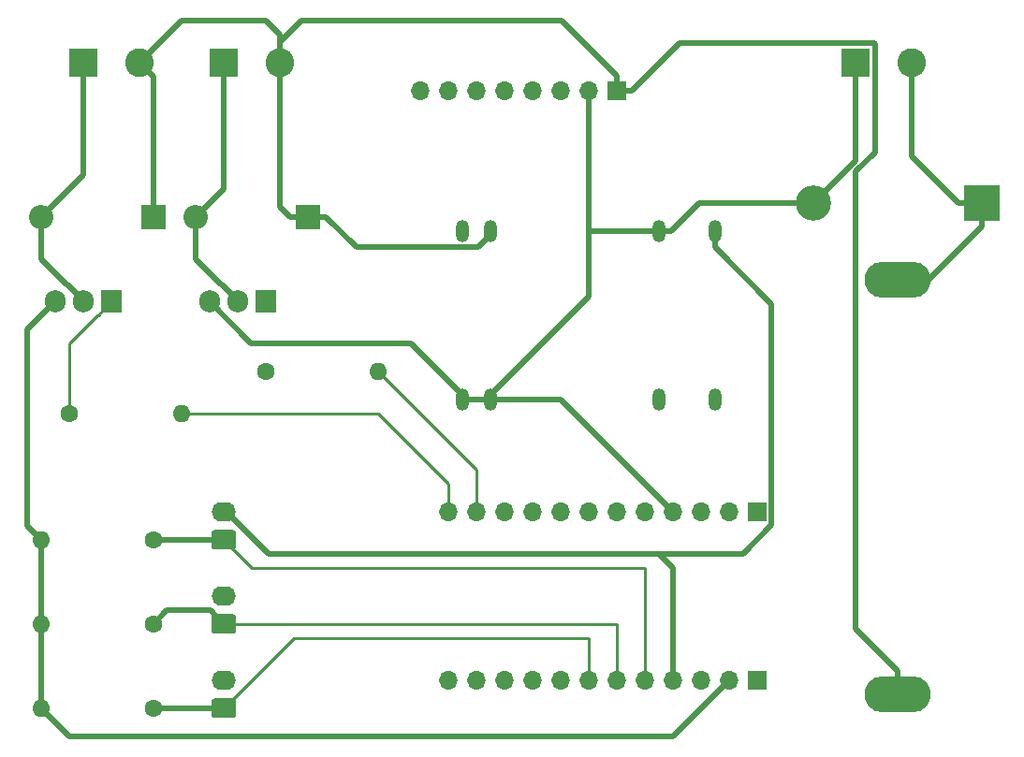
<source format=gbr>
%TF.GenerationSoftware,KiCad,Pcbnew,5.1.4+dfsg1-1*%
%TF.CreationDate,2019-12-03T13:40:21+10:00*%
%TF.ProjectId,Actuators,41637475-6174-46f7-9273-2e6b69636164,1*%
%TF.SameCoordinates,Original*%
%TF.FileFunction,Copper,L1,Top*%
%TF.FilePolarity,Positive*%
%FSLAX46Y46*%
G04 Gerber Fmt 4.6, Leading zero omitted, Abs format (unit mm)*
G04 Created by KiCad (PCBNEW 5.1.4+dfsg1-1) date 2019-12-03 13:40:21*
%MOMM*%
%LPD*%
G04 APERTURE LIST*
%ADD10O,2.200000X1.740000*%
%ADD11C,0.100000*%
%ADD12C,1.740000*%
%ADD13O,1.200000X2.000000*%
%ADD14O,6.000000X3.250000*%
%ADD15O,1.600000X1.600000*%
%ADD16C,1.600000*%
%ADD17C,2.600000*%
%ADD18R,2.600000X2.600000*%
%ADD19O,1.700000X1.700000*%
%ADD20R,1.700000X1.700000*%
%ADD21O,1.905000X2.000000*%
%ADD22R,1.905000X2.000000*%
%ADD23O,3.200000X3.200000*%
%ADD24R,3.200000X3.200000*%
%ADD25O,2.200000X2.200000*%
%ADD26R,2.200000X2.200000*%
%ADD27C,0.500000*%
%ADD28C,0.250000*%
G04 APERTURE END LIST*
D10*
X102870000Y-115570000D03*
D11*
G36*
X103744505Y-117241204D02*
G01*
X103768773Y-117244804D01*
X103792572Y-117250765D01*
X103815671Y-117259030D01*
X103837850Y-117269520D01*
X103858893Y-117282132D01*
X103878599Y-117296747D01*
X103896777Y-117313223D01*
X103913253Y-117331401D01*
X103927868Y-117351107D01*
X103940480Y-117372150D01*
X103950970Y-117394329D01*
X103959235Y-117417428D01*
X103965196Y-117441227D01*
X103968796Y-117465495D01*
X103970000Y-117489999D01*
X103970000Y-118730001D01*
X103968796Y-118754505D01*
X103965196Y-118778773D01*
X103959235Y-118802572D01*
X103950970Y-118825671D01*
X103940480Y-118847850D01*
X103927868Y-118868893D01*
X103913253Y-118888599D01*
X103896777Y-118906777D01*
X103878599Y-118923253D01*
X103858893Y-118937868D01*
X103837850Y-118950480D01*
X103815671Y-118960970D01*
X103792572Y-118969235D01*
X103768773Y-118975196D01*
X103744505Y-118978796D01*
X103720001Y-118980000D01*
X102019999Y-118980000D01*
X101995495Y-118978796D01*
X101971227Y-118975196D01*
X101947428Y-118969235D01*
X101924329Y-118960970D01*
X101902150Y-118950480D01*
X101881107Y-118937868D01*
X101861401Y-118923253D01*
X101843223Y-118906777D01*
X101826747Y-118888599D01*
X101812132Y-118868893D01*
X101799520Y-118847850D01*
X101789030Y-118825671D01*
X101780765Y-118802572D01*
X101774804Y-118778773D01*
X101771204Y-118754505D01*
X101770000Y-118730001D01*
X101770000Y-117489999D01*
X101771204Y-117465495D01*
X101774804Y-117441227D01*
X101780765Y-117417428D01*
X101789030Y-117394329D01*
X101799520Y-117372150D01*
X101812132Y-117351107D01*
X101826747Y-117331401D01*
X101843223Y-117313223D01*
X101861401Y-117296747D01*
X101881107Y-117282132D01*
X101902150Y-117269520D01*
X101924329Y-117259030D01*
X101947428Y-117250765D01*
X101971227Y-117244804D01*
X101995495Y-117241204D01*
X102019999Y-117240000D01*
X103720001Y-117240000D01*
X103744505Y-117241204D01*
X103744505Y-117241204D01*
G37*
D12*
X102870000Y-118110000D03*
D13*
X124460000Y-74930000D03*
X124460000Y-90170000D03*
X127000000Y-74930000D03*
X127000000Y-90170000D03*
X142240000Y-74930000D03*
X142240000Y-90170000D03*
X147320000Y-74930000D03*
X147320000Y-90170000D03*
D14*
X163830000Y-116840000D03*
X163830000Y-79340000D03*
D10*
X102870000Y-107950000D03*
D11*
G36*
X103744505Y-109621204D02*
G01*
X103768773Y-109624804D01*
X103792572Y-109630765D01*
X103815671Y-109639030D01*
X103837850Y-109649520D01*
X103858893Y-109662132D01*
X103878599Y-109676747D01*
X103896777Y-109693223D01*
X103913253Y-109711401D01*
X103927868Y-109731107D01*
X103940480Y-109752150D01*
X103950970Y-109774329D01*
X103959235Y-109797428D01*
X103965196Y-109821227D01*
X103968796Y-109845495D01*
X103970000Y-109869999D01*
X103970000Y-111110001D01*
X103968796Y-111134505D01*
X103965196Y-111158773D01*
X103959235Y-111182572D01*
X103950970Y-111205671D01*
X103940480Y-111227850D01*
X103927868Y-111248893D01*
X103913253Y-111268599D01*
X103896777Y-111286777D01*
X103878599Y-111303253D01*
X103858893Y-111317868D01*
X103837850Y-111330480D01*
X103815671Y-111340970D01*
X103792572Y-111349235D01*
X103768773Y-111355196D01*
X103744505Y-111358796D01*
X103720001Y-111360000D01*
X102019999Y-111360000D01*
X101995495Y-111358796D01*
X101971227Y-111355196D01*
X101947428Y-111349235D01*
X101924329Y-111340970D01*
X101902150Y-111330480D01*
X101881107Y-111317868D01*
X101861401Y-111303253D01*
X101843223Y-111286777D01*
X101826747Y-111268599D01*
X101812132Y-111248893D01*
X101799520Y-111227850D01*
X101789030Y-111205671D01*
X101780765Y-111182572D01*
X101774804Y-111158773D01*
X101771204Y-111134505D01*
X101770000Y-111110001D01*
X101770000Y-109869999D01*
X101771204Y-109845495D01*
X101774804Y-109821227D01*
X101780765Y-109797428D01*
X101789030Y-109774329D01*
X101799520Y-109752150D01*
X101812132Y-109731107D01*
X101826747Y-109711401D01*
X101843223Y-109693223D01*
X101861401Y-109676747D01*
X101881107Y-109662132D01*
X101902150Y-109649520D01*
X101924329Y-109639030D01*
X101947428Y-109630765D01*
X101971227Y-109624804D01*
X101995495Y-109621204D01*
X102019999Y-109620000D01*
X103720001Y-109620000D01*
X103744505Y-109621204D01*
X103744505Y-109621204D01*
G37*
D12*
X102870000Y-110490000D03*
D10*
X102870000Y-100330000D03*
D11*
G36*
X103744505Y-102001204D02*
G01*
X103768773Y-102004804D01*
X103792572Y-102010765D01*
X103815671Y-102019030D01*
X103837850Y-102029520D01*
X103858893Y-102042132D01*
X103878599Y-102056747D01*
X103896777Y-102073223D01*
X103913253Y-102091401D01*
X103927868Y-102111107D01*
X103940480Y-102132150D01*
X103950970Y-102154329D01*
X103959235Y-102177428D01*
X103965196Y-102201227D01*
X103968796Y-102225495D01*
X103970000Y-102249999D01*
X103970000Y-103490001D01*
X103968796Y-103514505D01*
X103965196Y-103538773D01*
X103959235Y-103562572D01*
X103950970Y-103585671D01*
X103940480Y-103607850D01*
X103927868Y-103628893D01*
X103913253Y-103648599D01*
X103896777Y-103666777D01*
X103878599Y-103683253D01*
X103858893Y-103697868D01*
X103837850Y-103710480D01*
X103815671Y-103720970D01*
X103792572Y-103729235D01*
X103768773Y-103735196D01*
X103744505Y-103738796D01*
X103720001Y-103740000D01*
X102019999Y-103740000D01*
X101995495Y-103738796D01*
X101971227Y-103735196D01*
X101947428Y-103729235D01*
X101924329Y-103720970D01*
X101902150Y-103710480D01*
X101881107Y-103697868D01*
X101861401Y-103683253D01*
X101843223Y-103666777D01*
X101826747Y-103648599D01*
X101812132Y-103628893D01*
X101799520Y-103607850D01*
X101789030Y-103585671D01*
X101780765Y-103562572D01*
X101774804Y-103538773D01*
X101771204Y-103514505D01*
X101770000Y-103490001D01*
X101770000Y-102249999D01*
X101771204Y-102225495D01*
X101774804Y-102201227D01*
X101780765Y-102177428D01*
X101789030Y-102154329D01*
X101799520Y-102132150D01*
X101812132Y-102111107D01*
X101826747Y-102091401D01*
X101843223Y-102073223D01*
X101861401Y-102056747D01*
X101881107Y-102042132D01*
X101902150Y-102029520D01*
X101924329Y-102019030D01*
X101947428Y-102010765D01*
X101971227Y-102004804D01*
X101995495Y-102001204D01*
X102019999Y-102000000D01*
X103720001Y-102000000D01*
X103744505Y-102001204D01*
X103744505Y-102001204D01*
G37*
D12*
X102870000Y-102870000D03*
D15*
X86360000Y-118110000D03*
D16*
X96520000Y-118110000D03*
D15*
X86360000Y-110490000D03*
D16*
X96520000Y-110490000D03*
D15*
X86360000Y-102870000D03*
D16*
X96520000Y-102870000D03*
D17*
X95250000Y-59690000D03*
D18*
X90170000Y-59690000D03*
D17*
X165100000Y-59690000D03*
D18*
X160020000Y-59690000D03*
D15*
X99060000Y-91440000D03*
D16*
X88900000Y-91440000D03*
D15*
X116840000Y-87630000D03*
D16*
X106680000Y-87630000D03*
D17*
X107950000Y-59690000D03*
D18*
X102870000Y-59690000D03*
D19*
X120650000Y-62230000D03*
X123190000Y-62230000D03*
X125730000Y-62230000D03*
X128270000Y-62230000D03*
X130810000Y-62230000D03*
X133350000Y-62230000D03*
X135890000Y-62230000D03*
D20*
X138430000Y-62230000D03*
D21*
X87630000Y-81280000D03*
X90170000Y-81280000D03*
D22*
X92710000Y-81280000D03*
D21*
X101600000Y-81280000D03*
X104140000Y-81280000D03*
D22*
X106680000Y-81280000D03*
D19*
X123190000Y-115570000D03*
X125730000Y-115570000D03*
X128270000Y-115570000D03*
X130810000Y-115570000D03*
X133350000Y-115570000D03*
X135890000Y-115570000D03*
X138430000Y-115570000D03*
X140970000Y-115570000D03*
X143510000Y-115570000D03*
X146050000Y-115570000D03*
X148590000Y-115570000D03*
D20*
X151130000Y-115570000D03*
D19*
X123190000Y-100330000D03*
X125730000Y-100330000D03*
X128270000Y-100330000D03*
X130810000Y-100330000D03*
X133350000Y-100330000D03*
X135890000Y-100330000D03*
X138430000Y-100330000D03*
X140970000Y-100330000D03*
X143510000Y-100330000D03*
X146050000Y-100330000D03*
X148590000Y-100330000D03*
D20*
X151130000Y-100330000D03*
D23*
X156210000Y-72390000D03*
D24*
X171450000Y-72390000D03*
D25*
X86360000Y-73660000D03*
D26*
X96520000Y-73660000D03*
D25*
X100330000Y-73660000D03*
D26*
X110490000Y-73660000D03*
D27*
X101600000Y-81327500D02*
X105362500Y-85090000D01*
X101600000Y-81280000D02*
X101600000Y-81327500D01*
X135890000Y-62230000D02*
X135890000Y-74930000D01*
X142240000Y-74930000D02*
X135890000Y-74930000D01*
X143340000Y-74930000D02*
X142240000Y-74930000D01*
X124460000Y-90170000D02*
X127000000Y-90170000D01*
X127000000Y-89770000D02*
X135890000Y-80880000D01*
X127000000Y-90170000D02*
X127000000Y-89770000D01*
X135890000Y-80880000D02*
X135890000Y-74930000D01*
X124460000Y-89770000D02*
X119780000Y-85090000D01*
X124460000Y-90170000D02*
X124460000Y-89770000D01*
X119780000Y-85090000D02*
X105410000Y-85090000D01*
X87630000Y-81327500D02*
X85090000Y-83867500D01*
X87630000Y-81280000D02*
X87630000Y-81327500D01*
X85090000Y-101600000D02*
X86360000Y-102870000D01*
X85090000Y-83867500D02*
X85090000Y-101600000D01*
X86360000Y-102870000D02*
X86360000Y-110490000D01*
X86360000Y-110490000D02*
X86360000Y-118110000D01*
X133350000Y-90170000D02*
X143510000Y-100330000D01*
X127000000Y-90170000D02*
X133350000Y-90170000D01*
X86360000Y-118110000D02*
X88900000Y-120650000D01*
X143510000Y-120650000D02*
X148590000Y-115570000D01*
X88900000Y-120650000D02*
X143510000Y-120650000D01*
X160020000Y-68580000D02*
X156210000Y-72390000D01*
X160020000Y-59690000D02*
X160020000Y-68580000D01*
X145880000Y-72390000D02*
X144695000Y-73575000D01*
X156210000Y-72390000D02*
X145880000Y-72390000D01*
X144790010Y-73479990D02*
X144695000Y-73575000D01*
X144695000Y-73575000D02*
X143340000Y-74930000D01*
X102870000Y-71120000D02*
X100330000Y-73660000D01*
X102870000Y-59690000D02*
X102870000Y-71120000D01*
X102687500Y-79780000D02*
X104140000Y-81232500D01*
X102640000Y-79780000D02*
X102687500Y-79780000D01*
X100330000Y-77470000D02*
X102640000Y-79780000D01*
X104140000Y-81232500D02*
X104140000Y-81280000D01*
X100330000Y-73660000D02*
X100330000Y-77470000D01*
X108890000Y-73660000D02*
X110490000Y-73660000D01*
X107950000Y-72720000D02*
X108890000Y-73660000D01*
X107950000Y-59690000D02*
X107950000Y-72720000D01*
X107950000Y-59690000D02*
X107950000Y-57150000D01*
X107950000Y-57150000D02*
X106680000Y-55880000D01*
X99060000Y-55880000D02*
X95250000Y-59690000D01*
X106680000Y-55880000D02*
X99060000Y-55880000D01*
X109921523Y-55880000D02*
X133430000Y-55880000D01*
X107950000Y-57851523D02*
X109921523Y-55880000D01*
X107950000Y-59690000D02*
X107950000Y-57851523D01*
X96520000Y-60960000D02*
X95250000Y-59690000D01*
X96520000Y-73660000D02*
X96520000Y-60960000D01*
X133430000Y-55880000D02*
X138430000Y-60880000D01*
X138430000Y-62230000D02*
X138430000Y-60880000D01*
X163830000Y-116840000D02*
X165205000Y-116840000D01*
X112090000Y-73660000D02*
X110490000Y-73660000D01*
X114860000Y-76430000D02*
X112090000Y-73660000D01*
X125900000Y-76430000D02*
X114860000Y-76430000D01*
X127000000Y-75330000D02*
X125900000Y-76430000D01*
X127000000Y-74930000D02*
X127000000Y-75330000D01*
X161680001Y-57939999D02*
X144070001Y-57939999D01*
X161770001Y-58029999D02*
X161680001Y-57939999D01*
X161770001Y-67819961D02*
X161770001Y-58029999D01*
X139780000Y-62230000D02*
X138430000Y-62230000D01*
X160020000Y-69569962D02*
X161770001Y-67819961D01*
X144070001Y-57939999D02*
X139780000Y-62230000D01*
X160020000Y-110905000D02*
X160020000Y-69569962D01*
X163830000Y-114715000D02*
X160020000Y-110905000D01*
X163830000Y-116840000D02*
X163830000Y-114715000D01*
X90170000Y-69850000D02*
X86360000Y-73660000D01*
X90170000Y-59690000D02*
X90170000Y-69850000D01*
X88717500Y-79780000D02*
X90170000Y-81232500D01*
X86360000Y-77470000D02*
X88670000Y-79780000D01*
X90170000Y-81232500D02*
X90170000Y-81280000D01*
X88670000Y-79780000D02*
X88717500Y-79780000D01*
X86360000Y-73660000D02*
X86360000Y-77470000D01*
X169350000Y-72390000D02*
X171450000Y-72390000D01*
X165100000Y-68140000D02*
X169350000Y-72390000D01*
X165100000Y-59690000D02*
X165100000Y-68140000D01*
X166600000Y-79340000D02*
X163830000Y-79340000D01*
X171450000Y-74490000D02*
X166600000Y-79340000D01*
X171450000Y-72390000D02*
X171450000Y-74490000D01*
D28*
X123190000Y-100330000D02*
X123190000Y-97790000D01*
X123190000Y-97790000D02*
X116840000Y-91440000D01*
X116840000Y-91440000D02*
X99060000Y-91440000D01*
X125730000Y-96520000D02*
X116840000Y-87630000D01*
X125730000Y-100330000D02*
X125730000Y-96520000D01*
X140970000Y-115570000D02*
X140970000Y-105410000D01*
X105410000Y-105410000D02*
X102870000Y-102870000D01*
X140970000Y-105410000D02*
X105410000Y-105410000D01*
D27*
X102870000Y-102870000D02*
X96520000Y-102870000D01*
D28*
X91460000Y-82530000D02*
X91507500Y-82530000D01*
X88900000Y-91440000D02*
X88900000Y-85090000D01*
X91507500Y-82530000D02*
X92710000Y-81327500D01*
X88900000Y-85090000D02*
X91460000Y-82530000D01*
X92710000Y-81327500D02*
X92710000Y-81280000D01*
X135890000Y-115570000D02*
X135890000Y-111760000D01*
X135890000Y-111760000D02*
X109220000Y-111760000D01*
X109220000Y-111760000D02*
X102870000Y-118110000D01*
D27*
X96520000Y-118110000D02*
X102870000Y-118110000D01*
D28*
X102870000Y-110490000D02*
X102640000Y-110490000D01*
X138430000Y-115570000D02*
X138430000Y-110490000D01*
X138430000Y-110490000D02*
X102870000Y-110490000D01*
D27*
X101650010Y-109270010D02*
X102870000Y-110490000D01*
X97739990Y-109270010D02*
X101650010Y-109270010D01*
X96520000Y-110490000D02*
X97739990Y-109270010D01*
X143510000Y-115570000D02*
X143510000Y-105410000D01*
X143510000Y-105410000D02*
X142240000Y-104140000D01*
X103100000Y-100330000D02*
X102870000Y-100330000D01*
X106910000Y-104140000D02*
X103100000Y-100330000D01*
X142240000Y-104140000D02*
X106910000Y-104140000D01*
X152430001Y-81540001D02*
X147320000Y-76430000D01*
X147320000Y-76430000D02*
X147320000Y-74930000D01*
X152430001Y-101540001D02*
X152430001Y-81540001D01*
X149830002Y-104140000D02*
X152430001Y-101540001D01*
X142240000Y-104140000D02*
X149830002Y-104140000D01*
M02*

</source>
